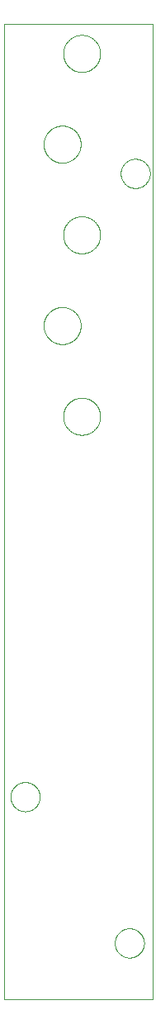
<source format=gtp>
G75*
%MOIN*%
%OFA0B0*%
%FSLAX25Y25*%
%IPPOS*%
%LPD*%
%AMOC8*
5,1,8,0,0,1.08239X$1,22.5*
%
%ADD10C,0.00000*%
D10*
X0009674Y0017431D02*
X0009674Y0411132D01*
X0069674Y0411132D01*
X0069674Y0017431D01*
X0009674Y0017431D01*
X0012429Y0099321D02*
X0012431Y0099474D01*
X0012437Y0099628D01*
X0012447Y0099781D01*
X0012461Y0099933D01*
X0012479Y0100086D01*
X0012501Y0100237D01*
X0012526Y0100388D01*
X0012556Y0100539D01*
X0012590Y0100689D01*
X0012627Y0100837D01*
X0012668Y0100985D01*
X0012713Y0101131D01*
X0012762Y0101277D01*
X0012815Y0101421D01*
X0012871Y0101563D01*
X0012931Y0101704D01*
X0012995Y0101844D01*
X0013062Y0101982D01*
X0013133Y0102118D01*
X0013208Y0102252D01*
X0013285Y0102384D01*
X0013367Y0102514D01*
X0013451Y0102642D01*
X0013539Y0102768D01*
X0013630Y0102891D01*
X0013724Y0103012D01*
X0013822Y0103130D01*
X0013922Y0103246D01*
X0014026Y0103359D01*
X0014132Y0103470D01*
X0014241Y0103578D01*
X0014353Y0103683D01*
X0014467Y0103784D01*
X0014585Y0103883D01*
X0014704Y0103979D01*
X0014826Y0104072D01*
X0014951Y0104161D01*
X0015078Y0104248D01*
X0015207Y0104330D01*
X0015338Y0104410D01*
X0015471Y0104486D01*
X0015606Y0104559D01*
X0015743Y0104628D01*
X0015882Y0104693D01*
X0016022Y0104755D01*
X0016164Y0104813D01*
X0016307Y0104868D01*
X0016452Y0104919D01*
X0016598Y0104966D01*
X0016745Y0105009D01*
X0016893Y0105048D01*
X0017042Y0105084D01*
X0017192Y0105115D01*
X0017343Y0105143D01*
X0017494Y0105167D01*
X0017647Y0105187D01*
X0017799Y0105203D01*
X0017952Y0105215D01*
X0018105Y0105223D01*
X0018258Y0105227D01*
X0018412Y0105227D01*
X0018565Y0105223D01*
X0018718Y0105215D01*
X0018871Y0105203D01*
X0019023Y0105187D01*
X0019176Y0105167D01*
X0019327Y0105143D01*
X0019478Y0105115D01*
X0019628Y0105084D01*
X0019777Y0105048D01*
X0019925Y0105009D01*
X0020072Y0104966D01*
X0020218Y0104919D01*
X0020363Y0104868D01*
X0020506Y0104813D01*
X0020648Y0104755D01*
X0020788Y0104693D01*
X0020927Y0104628D01*
X0021064Y0104559D01*
X0021199Y0104486D01*
X0021332Y0104410D01*
X0021463Y0104330D01*
X0021592Y0104248D01*
X0021719Y0104161D01*
X0021844Y0104072D01*
X0021966Y0103979D01*
X0022085Y0103883D01*
X0022203Y0103784D01*
X0022317Y0103683D01*
X0022429Y0103578D01*
X0022538Y0103470D01*
X0022644Y0103359D01*
X0022748Y0103246D01*
X0022848Y0103130D01*
X0022946Y0103012D01*
X0023040Y0102891D01*
X0023131Y0102768D01*
X0023219Y0102642D01*
X0023303Y0102514D01*
X0023385Y0102384D01*
X0023462Y0102252D01*
X0023537Y0102118D01*
X0023608Y0101982D01*
X0023675Y0101844D01*
X0023739Y0101704D01*
X0023799Y0101563D01*
X0023855Y0101421D01*
X0023908Y0101277D01*
X0023957Y0101131D01*
X0024002Y0100985D01*
X0024043Y0100837D01*
X0024080Y0100689D01*
X0024114Y0100539D01*
X0024144Y0100388D01*
X0024169Y0100237D01*
X0024191Y0100086D01*
X0024209Y0099933D01*
X0024223Y0099781D01*
X0024233Y0099628D01*
X0024239Y0099474D01*
X0024241Y0099321D01*
X0024239Y0099168D01*
X0024233Y0099014D01*
X0024223Y0098861D01*
X0024209Y0098709D01*
X0024191Y0098556D01*
X0024169Y0098405D01*
X0024144Y0098254D01*
X0024114Y0098103D01*
X0024080Y0097953D01*
X0024043Y0097805D01*
X0024002Y0097657D01*
X0023957Y0097511D01*
X0023908Y0097365D01*
X0023855Y0097221D01*
X0023799Y0097079D01*
X0023739Y0096938D01*
X0023675Y0096798D01*
X0023608Y0096660D01*
X0023537Y0096524D01*
X0023462Y0096390D01*
X0023385Y0096258D01*
X0023303Y0096128D01*
X0023219Y0096000D01*
X0023131Y0095874D01*
X0023040Y0095751D01*
X0022946Y0095630D01*
X0022848Y0095512D01*
X0022748Y0095396D01*
X0022644Y0095283D01*
X0022538Y0095172D01*
X0022429Y0095064D01*
X0022317Y0094959D01*
X0022203Y0094858D01*
X0022085Y0094759D01*
X0021966Y0094663D01*
X0021844Y0094570D01*
X0021719Y0094481D01*
X0021592Y0094394D01*
X0021463Y0094312D01*
X0021332Y0094232D01*
X0021199Y0094156D01*
X0021064Y0094083D01*
X0020927Y0094014D01*
X0020788Y0093949D01*
X0020648Y0093887D01*
X0020506Y0093829D01*
X0020363Y0093774D01*
X0020218Y0093723D01*
X0020072Y0093676D01*
X0019925Y0093633D01*
X0019777Y0093594D01*
X0019628Y0093558D01*
X0019478Y0093527D01*
X0019327Y0093499D01*
X0019176Y0093475D01*
X0019023Y0093455D01*
X0018871Y0093439D01*
X0018718Y0093427D01*
X0018565Y0093419D01*
X0018412Y0093415D01*
X0018258Y0093415D01*
X0018105Y0093419D01*
X0017952Y0093427D01*
X0017799Y0093439D01*
X0017647Y0093455D01*
X0017494Y0093475D01*
X0017343Y0093499D01*
X0017192Y0093527D01*
X0017042Y0093558D01*
X0016893Y0093594D01*
X0016745Y0093633D01*
X0016598Y0093676D01*
X0016452Y0093723D01*
X0016307Y0093774D01*
X0016164Y0093829D01*
X0016022Y0093887D01*
X0015882Y0093949D01*
X0015743Y0094014D01*
X0015606Y0094083D01*
X0015471Y0094156D01*
X0015338Y0094232D01*
X0015207Y0094312D01*
X0015078Y0094394D01*
X0014951Y0094481D01*
X0014826Y0094570D01*
X0014704Y0094663D01*
X0014585Y0094759D01*
X0014467Y0094858D01*
X0014353Y0094959D01*
X0014241Y0095064D01*
X0014132Y0095172D01*
X0014026Y0095283D01*
X0013922Y0095396D01*
X0013822Y0095512D01*
X0013724Y0095630D01*
X0013630Y0095751D01*
X0013539Y0095874D01*
X0013451Y0096000D01*
X0013367Y0096128D01*
X0013285Y0096258D01*
X0013208Y0096390D01*
X0013133Y0096524D01*
X0013062Y0096660D01*
X0012995Y0096798D01*
X0012931Y0096938D01*
X0012871Y0097079D01*
X0012815Y0097221D01*
X0012762Y0097365D01*
X0012713Y0097511D01*
X0012668Y0097657D01*
X0012627Y0097805D01*
X0012590Y0097953D01*
X0012556Y0098103D01*
X0012526Y0098254D01*
X0012501Y0098405D01*
X0012479Y0098556D01*
X0012461Y0098709D01*
X0012447Y0098861D01*
X0012437Y0099014D01*
X0012431Y0099168D01*
X0012429Y0099321D01*
X0033690Y0252864D02*
X0033692Y0253048D01*
X0033699Y0253231D01*
X0033710Y0253414D01*
X0033726Y0253597D01*
X0033746Y0253780D01*
X0033771Y0253962D01*
X0033800Y0254143D01*
X0033834Y0254323D01*
X0033872Y0254503D01*
X0033914Y0254681D01*
X0033961Y0254859D01*
X0034012Y0255035D01*
X0034068Y0255210D01*
X0034127Y0255384D01*
X0034191Y0255556D01*
X0034259Y0255726D01*
X0034332Y0255895D01*
X0034408Y0256062D01*
X0034489Y0256227D01*
X0034573Y0256390D01*
X0034662Y0256551D01*
X0034754Y0256709D01*
X0034850Y0256866D01*
X0034951Y0257020D01*
X0035054Y0257171D01*
X0035162Y0257320D01*
X0035273Y0257466D01*
X0035388Y0257609D01*
X0035506Y0257750D01*
X0035628Y0257887D01*
X0035753Y0258022D01*
X0035881Y0258153D01*
X0036012Y0258281D01*
X0036147Y0258406D01*
X0036284Y0258528D01*
X0036425Y0258646D01*
X0036568Y0258761D01*
X0036714Y0258872D01*
X0036863Y0258980D01*
X0037014Y0259083D01*
X0037168Y0259184D01*
X0037325Y0259280D01*
X0037483Y0259372D01*
X0037644Y0259461D01*
X0037807Y0259545D01*
X0037972Y0259626D01*
X0038139Y0259702D01*
X0038308Y0259775D01*
X0038478Y0259843D01*
X0038650Y0259907D01*
X0038824Y0259966D01*
X0038999Y0260022D01*
X0039175Y0260073D01*
X0039353Y0260120D01*
X0039531Y0260162D01*
X0039711Y0260200D01*
X0039891Y0260234D01*
X0040072Y0260263D01*
X0040254Y0260288D01*
X0040437Y0260308D01*
X0040620Y0260324D01*
X0040803Y0260335D01*
X0040986Y0260342D01*
X0041170Y0260344D01*
X0041354Y0260342D01*
X0041537Y0260335D01*
X0041720Y0260324D01*
X0041903Y0260308D01*
X0042086Y0260288D01*
X0042268Y0260263D01*
X0042449Y0260234D01*
X0042629Y0260200D01*
X0042809Y0260162D01*
X0042987Y0260120D01*
X0043165Y0260073D01*
X0043341Y0260022D01*
X0043516Y0259966D01*
X0043690Y0259907D01*
X0043862Y0259843D01*
X0044032Y0259775D01*
X0044201Y0259702D01*
X0044368Y0259626D01*
X0044533Y0259545D01*
X0044696Y0259461D01*
X0044857Y0259372D01*
X0045015Y0259280D01*
X0045172Y0259184D01*
X0045326Y0259083D01*
X0045477Y0258980D01*
X0045626Y0258872D01*
X0045772Y0258761D01*
X0045915Y0258646D01*
X0046056Y0258528D01*
X0046193Y0258406D01*
X0046328Y0258281D01*
X0046459Y0258153D01*
X0046587Y0258022D01*
X0046712Y0257887D01*
X0046834Y0257750D01*
X0046952Y0257609D01*
X0047067Y0257466D01*
X0047178Y0257320D01*
X0047286Y0257171D01*
X0047389Y0257020D01*
X0047490Y0256866D01*
X0047586Y0256709D01*
X0047678Y0256551D01*
X0047767Y0256390D01*
X0047851Y0256227D01*
X0047932Y0256062D01*
X0048008Y0255895D01*
X0048081Y0255726D01*
X0048149Y0255556D01*
X0048213Y0255384D01*
X0048272Y0255210D01*
X0048328Y0255035D01*
X0048379Y0254859D01*
X0048426Y0254681D01*
X0048468Y0254503D01*
X0048506Y0254323D01*
X0048540Y0254143D01*
X0048569Y0253962D01*
X0048594Y0253780D01*
X0048614Y0253597D01*
X0048630Y0253414D01*
X0048641Y0253231D01*
X0048648Y0253048D01*
X0048650Y0252864D01*
X0048648Y0252680D01*
X0048641Y0252497D01*
X0048630Y0252314D01*
X0048614Y0252131D01*
X0048594Y0251948D01*
X0048569Y0251766D01*
X0048540Y0251585D01*
X0048506Y0251405D01*
X0048468Y0251225D01*
X0048426Y0251047D01*
X0048379Y0250869D01*
X0048328Y0250693D01*
X0048272Y0250518D01*
X0048213Y0250344D01*
X0048149Y0250172D01*
X0048081Y0250002D01*
X0048008Y0249833D01*
X0047932Y0249666D01*
X0047851Y0249501D01*
X0047767Y0249338D01*
X0047678Y0249177D01*
X0047586Y0249019D01*
X0047490Y0248862D01*
X0047389Y0248708D01*
X0047286Y0248557D01*
X0047178Y0248408D01*
X0047067Y0248262D01*
X0046952Y0248119D01*
X0046834Y0247978D01*
X0046712Y0247841D01*
X0046587Y0247706D01*
X0046459Y0247575D01*
X0046328Y0247447D01*
X0046193Y0247322D01*
X0046056Y0247200D01*
X0045915Y0247082D01*
X0045772Y0246967D01*
X0045626Y0246856D01*
X0045477Y0246748D01*
X0045326Y0246645D01*
X0045172Y0246544D01*
X0045015Y0246448D01*
X0044857Y0246356D01*
X0044696Y0246267D01*
X0044533Y0246183D01*
X0044368Y0246102D01*
X0044201Y0246026D01*
X0044032Y0245953D01*
X0043862Y0245885D01*
X0043690Y0245821D01*
X0043516Y0245762D01*
X0043341Y0245706D01*
X0043165Y0245655D01*
X0042987Y0245608D01*
X0042809Y0245566D01*
X0042629Y0245528D01*
X0042449Y0245494D01*
X0042268Y0245465D01*
X0042086Y0245440D01*
X0041903Y0245420D01*
X0041720Y0245404D01*
X0041537Y0245393D01*
X0041354Y0245386D01*
X0041170Y0245384D01*
X0040986Y0245386D01*
X0040803Y0245393D01*
X0040620Y0245404D01*
X0040437Y0245420D01*
X0040254Y0245440D01*
X0040072Y0245465D01*
X0039891Y0245494D01*
X0039711Y0245528D01*
X0039531Y0245566D01*
X0039353Y0245608D01*
X0039175Y0245655D01*
X0038999Y0245706D01*
X0038824Y0245762D01*
X0038650Y0245821D01*
X0038478Y0245885D01*
X0038308Y0245953D01*
X0038139Y0246026D01*
X0037972Y0246102D01*
X0037807Y0246183D01*
X0037644Y0246267D01*
X0037483Y0246356D01*
X0037325Y0246448D01*
X0037168Y0246544D01*
X0037014Y0246645D01*
X0036863Y0246748D01*
X0036714Y0246856D01*
X0036568Y0246967D01*
X0036425Y0247082D01*
X0036284Y0247200D01*
X0036147Y0247322D01*
X0036012Y0247447D01*
X0035881Y0247575D01*
X0035753Y0247706D01*
X0035628Y0247841D01*
X0035506Y0247978D01*
X0035388Y0248119D01*
X0035273Y0248262D01*
X0035162Y0248408D01*
X0035054Y0248557D01*
X0034951Y0248708D01*
X0034850Y0248862D01*
X0034754Y0249019D01*
X0034662Y0249177D01*
X0034573Y0249338D01*
X0034489Y0249501D01*
X0034408Y0249666D01*
X0034332Y0249833D01*
X0034259Y0250002D01*
X0034191Y0250172D01*
X0034127Y0250344D01*
X0034068Y0250518D01*
X0034012Y0250693D01*
X0033961Y0250869D01*
X0033914Y0251047D01*
X0033872Y0251225D01*
X0033834Y0251405D01*
X0033800Y0251585D01*
X0033771Y0251766D01*
X0033746Y0251948D01*
X0033726Y0252131D01*
X0033710Y0252314D01*
X0033699Y0252497D01*
X0033692Y0252680D01*
X0033690Y0252864D01*
X0025816Y0289478D02*
X0025818Y0289662D01*
X0025825Y0289845D01*
X0025836Y0290028D01*
X0025852Y0290211D01*
X0025872Y0290394D01*
X0025897Y0290576D01*
X0025926Y0290757D01*
X0025960Y0290937D01*
X0025998Y0291117D01*
X0026040Y0291295D01*
X0026087Y0291473D01*
X0026138Y0291649D01*
X0026194Y0291824D01*
X0026253Y0291998D01*
X0026317Y0292170D01*
X0026385Y0292340D01*
X0026458Y0292509D01*
X0026534Y0292676D01*
X0026615Y0292841D01*
X0026699Y0293004D01*
X0026788Y0293165D01*
X0026880Y0293323D01*
X0026976Y0293480D01*
X0027077Y0293634D01*
X0027180Y0293785D01*
X0027288Y0293934D01*
X0027399Y0294080D01*
X0027514Y0294223D01*
X0027632Y0294364D01*
X0027754Y0294501D01*
X0027879Y0294636D01*
X0028007Y0294767D01*
X0028138Y0294895D01*
X0028273Y0295020D01*
X0028410Y0295142D01*
X0028551Y0295260D01*
X0028694Y0295375D01*
X0028840Y0295486D01*
X0028989Y0295594D01*
X0029140Y0295697D01*
X0029294Y0295798D01*
X0029451Y0295894D01*
X0029609Y0295986D01*
X0029770Y0296075D01*
X0029933Y0296159D01*
X0030098Y0296240D01*
X0030265Y0296316D01*
X0030434Y0296389D01*
X0030604Y0296457D01*
X0030776Y0296521D01*
X0030950Y0296580D01*
X0031125Y0296636D01*
X0031301Y0296687D01*
X0031479Y0296734D01*
X0031657Y0296776D01*
X0031837Y0296814D01*
X0032017Y0296848D01*
X0032198Y0296877D01*
X0032380Y0296902D01*
X0032563Y0296922D01*
X0032746Y0296938D01*
X0032929Y0296949D01*
X0033112Y0296956D01*
X0033296Y0296958D01*
X0033480Y0296956D01*
X0033663Y0296949D01*
X0033846Y0296938D01*
X0034029Y0296922D01*
X0034212Y0296902D01*
X0034394Y0296877D01*
X0034575Y0296848D01*
X0034755Y0296814D01*
X0034935Y0296776D01*
X0035113Y0296734D01*
X0035291Y0296687D01*
X0035467Y0296636D01*
X0035642Y0296580D01*
X0035816Y0296521D01*
X0035988Y0296457D01*
X0036158Y0296389D01*
X0036327Y0296316D01*
X0036494Y0296240D01*
X0036659Y0296159D01*
X0036822Y0296075D01*
X0036983Y0295986D01*
X0037141Y0295894D01*
X0037298Y0295798D01*
X0037452Y0295697D01*
X0037603Y0295594D01*
X0037752Y0295486D01*
X0037898Y0295375D01*
X0038041Y0295260D01*
X0038182Y0295142D01*
X0038319Y0295020D01*
X0038454Y0294895D01*
X0038585Y0294767D01*
X0038713Y0294636D01*
X0038838Y0294501D01*
X0038960Y0294364D01*
X0039078Y0294223D01*
X0039193Y0294080D01*
X0039304Y0293934D01*
X0039412Y0293785D01*
X0039515Y0293634D01*
X0039616Y0293480D01*
X0039712Y0293323D01*
X0039804Y0293165D01*
X0039893Y0293004D01*
X0039977Y0292841D01*
X0040058Y0292676D01*
X0040134Y0292509D01*
X0040207Y0292340D01*
X0040275Y0292170D01*
X0040339Y0291998D01*
X0040398Y0291824D01*
X0040454Y0291649D01*
X0040505Y0291473D01*
X0040552Y0291295D01*
X0040594Y0291117D01*
X0040632Y0290937D01*
X0040666Y0290757D01*
X0040695Y0290576D01*
X0040720Y0290394D01*
X0040740Y0290211D01*
X0040756Y0290028D01*
X0040767Y0289845D01*
X0040774Y0289662D01*
X0040776Y0289478D01*
X0040774Y0289294D01*
X0040767Y0289111D01*
X0040756Y0288928D01*
X0040740Y0288745D01*
X0040720Y0288562D01*
X0040695Y0288380D01*
X0040666Y0288199D01*
X0040632Y0288019D01*
X0040594Y0287839D01*
X0040552Y0287661D01*
X0040505Y0287483D01*
X0040454Y0287307D01*
X0040398Y0287132D01*
X0040339Y0286958D01*
X0040275Y0286786D01*
X0040207Y0286616D01*
X0040134Y0286447D01*
X0040058Y0286280D01*
X0039977Y0286115D01*
X0039893Y0285952D01*
X0039804Y0285791D01*
X0039712Y0285633D01*
X0039616Y0285476D01*
X0039515Y0285322D01*
X0039412Y0285171D01*
X0039304Y0285022D01*
X0039193Y0284876D01*
X0039078Y0284733D01*
X0038960Y0284592D01*
X0038838Y0284455D01*
X0038713Y0284320D01*
X0038585Y0284189D01*
X0038454Y0284061D01*
X0038319Y0283936D01*
X0038182Y0283814D01*
X0038041Y0283696D01*
X0037898Y0283581D01*
X0037752Y0283470D01*
X0037603Y0283362D01*
X0037452Y0283259D01*
X0037298Y0283158D01*
X0037141Y0283062D01*
X0036983Y0282970D01*
X0036822Y0282881D01*
X0036659Y0282797D01*
X0036494Y0282716D01*
X0036327Y0282640D01*
X0036158Y0282567D01*
X0035988Y0282499D01*
X0035816Y0282435D01*
X0035642Y0282376D01*
X0035467Y0282320D01*
X0035291Y0282269D01*
X0035113Y0282222D01*
X0034935Y0282180D01*
X0034755Y0282142D01*
X0034575Y0282108D01*
X0034394Y0282079D01*
X0034212Y0282054D01*
X0034029Y0282034D01*
X0033846Y0282018D01*
X0033663Y0282007D01*
X0033480Y0282000D01*
X0033296Y0281998D01*
X0033112Y0282000D01*
X0032929Y0282007D01*
X0032746Y0282018D01*
X0032563Y0282034D01*
X0032380Y0282054D01*
X0032198Y0282079D01*
X0032017Y0282108D01*
X0031837Y0282142D01*
X0031657Y0282180D01*
X0031479Y0282222D01*
X0031301Y0282269D01*
X0031125Y0282320D01*
X0030950Y0282376D01*
X0030776Y0282435D01*
X0030604Y0282499D01*
X0030434Y0282567D01*
X0030265Y0282640D01*
X0030098Y0282716D01*
X0029933Y0282797D01*
X0029770Y0282881D01*
X0029609Y0282970D01*
X0029451Y0283062D01*
X0029294Y0283158D01*
X0029140Y0283259D01*
X0028989Y0283362D01*
X0028840Y0283470D01*
X0028694Y0283581D01*
X0028551Y0283696D01*
X0028410Y0283814D01*
X0028273Y0283936D01*
X0028138Y0284061D01*
X0028007Y0284189D01*
X0027879Y0284320D01*
X0027754Y0284455D01*
X0027632Y0284592D01*
X0027514Y0284733D01*
X0027399Y0284876D01*
X0027288Y0285022D01*
X0027180Y0285171D01*
X0027077Y0285322D01*
X0026976Y0285476D01*
X0026880Y0285633D01*
X0026788Y0285791D01*
X0026699Y0285952D01*
X0026615Y0286115D01*
X0026534Y0286280D01*
X0026458Y0286447D01*
X0026385Y0286616D01*
X0026317Y0286786D01*
X0026253Y0286958D01*
X0026194Y0287132D01*
X0026138Y0287307D01*
X0026087Y0287483D01*
X0026040Y0287661D01*
X0025998Y0287839D01*
X0025960Y0288019D01*
X0025926Y0288199D01*
X0025897Y0288380D01*
X0025872Y0288562D01*
X0025852Y0288745D01*
X0025836Y0288928D01*
X0025825Y0289111D01*
X0025818Y0289294D01*
X0025816Y0289478D01*
X0025816Y0362707D02*
X0025818Y0362891D01*
X0025825Y0363074D01*
X0025836Y0363257D01*
X0025852Y0363440D01*
X0025872Y0363623D01*
X0025897Y0363805D01*
X0025926Y0363986D01*
X0025960Y0364166D01*
X0025998Y0364346D01*
X0026040Y0364524D01*
X0026087Y0364702D01*
X0026138Y0364878D01*
X0026194Y0365053D01*
X0026253Y0365227D01*
X0026317Y0365399D01*
X0026385Y0365569D01*
X0026458Y0365738D01*
X0026534Y0365905D01*
X0026615Y0366070D01*
X0026699Y0366233D01*
X0026788Y0366394D01*
X0026880Y0366552D01*
X0026976Y0366709D01*
X0027077Y0366863D01*
X0027180Y0367014D01*
X0027288Y0367163D01*
X0027399Y0367309D01*
X0027514Y0367452D01*
X0027632Y0367593D01*
X0027754Y0367730D01*
X0027879Y0367865D01*
X0028007Y0367996D01*
X0028138Y0368124D01*
X0028273Y0368249D01*
X0028410Y0368371D01*
X0028551Y0368489D01*
X0028694Y0368604D01*
X0028840Y0368715D01*
X0028989Y0368823D01*
X0029140Y0368926D01*
X0029294Y0369027D01*
X0029451Y0369123D01*
X0029609Y0369215D01*
X0029770Y0369304D01*
X0029933Y0369388D01*
X0030098Y0369469D01*
X0030265Y0369545D01*
X0030434Y0369618D01*
X0030604Y0369686D01*
X0030776Y0369750D01*
X0030950Y0369809D01*
X0031125Y0369865D01*
X0031301Y0369916D01*
X0031479Y0369963D01*
X0031657Y0370005D01*
X0031837Y0370043D01*
X0032017Y0370077D01*
X0032198Y0370106D01*
X0032380Y0370131D01*
X0032563Y0370151D01*
X0032746Y0370167D01*
X0032929Y0370178D01*
X0033112Y0370185D01*
X0033296Y0370187D01*
X0033480Y0370185D01*
X0033663Y0370178D01*
X0033846Y0370167D01*
X0034029Y0370151D01*
X0034212Y0370131D01*
X0034394Y0370106D01*
X0034575Y0370077D01*
X0034755Y0370043D01*
X0034935Y0370005D01*
X0035113Y0369963D01*
X0035291Y0369916D01*
X0035467Y0369865D01*
X0035642Y0369809D01*
X0035816Y0369750D01*
X0035988Y0369686D01*
X0036158Y0369618D01*
X0036327Y0369545D01*
X0036494Y0369469D01*
X0036659Y0369388D01*
X0036822Y0369304D01*
X0036983Y0369215D01*
X0037141Y0369123D01*
X0037298Y0369027D01*
X0037452Y0368926D01*
X0037603Y0368823D01*
X0037752Y0368715D01*
X0037898Y0368604D01*
X0038041Y0368489D01*
X0038182Y0368371D01*
X0038319Y0368249D01*
X0038454Y0368124D01*
X0038585Y0367996D01*
X0038713Y0367865D01*
X0038838Y0367730D01*
X0038960Y0367593D01*
X0039078Y0367452D01*
X0039193Y0367309D01*
X0039304Y0367163D01*
X0039412Y0367014D01*
X0039515Y0366863D01*
X0039616Y0366709D01*
X0039712Y0366552D01*
X0039804Y0366394D01*
X0039893Y0366233D01*
X0039977Y0366070D01*
X0040058Y0365905D01*
X0040134Y0365738D01*
X0040207Y0365569D01*
X0040275Y0365399D01*
X0040339Y0365227D01*
X0040398Y0365053D01*
X0040454Y0364878D01*
X0040505Y0364702D01*
X0040552Y0364524D01*
X0040594Y0364346D01*
X0040632Y0364166D01*
X0040666Y0363986D01*
X0040695Y0363805D01*
X0040720Y0363623D01*
X0040740Y0363440D01*
X0040756Y0363257D01*
X0040767Y0363074D01*
X0040774Y0362891D01*
X0040776Y0362707D01*
X0040774Y0362523D01*
X0040767Y0362340D01*
X0040756Y0362157D01*
X0040740Y0361974D01*
X0040720Y0361791D01*
X0040695Y0361609D01*
X0040666Y0361428D01*
X0040632Y0361248D01*
X0040594Y0361068D01*
X0040552Y0360890D01*
X0040505Y0360712D01*
X0040454Y0360536D01*
X0040398Y0360361D01*
X0040339Y0360187D01*
X0040275Y0360015D01*
X0040207Y0359845D01*
X0040134Y0359676D01*
X0040058Y0359509D01*
X0039977Y0359344D01*
X0039893Y0359181D01*
X0039804Y0359020D01*
X0039712Y0358862D01*
X0039616Y0358705D01*
X0039515Y0358551D01*
X0039412Y0358400D01*
X0039304Y0358251D01*
X0039193Y0358105D01*
X0039078Y0357962D01*
X0038960Y0357821D01*
X0038838Y0357684D01*
X0038713Y0357549D01*
X0038585Y0357418D01*
X0038454Y0357290D01*
X0038319Y0357165D01*
X0038182Y0357043D01*
X0038041Y0356925D01*
X0037898Y0356810D01*
X0037752Y0356699D01*
X0037603Y0356591D01*
X0037452Y0356488D01*
X0037298Y0356387D01*
X0037141Y0356291D01*
X0036983Y0356199D01*
X0036822Y0356110D01*
X0036659Y0356026D01*
X0036494Y0355945D01*
X0036327Y0355869D01*
X0036158Y0355796D01*
X0035988Y0355728D01*
X0035816Y0355664D01*
X0035642Y0355605D01*
X0035467Y0355549D01*
X0035291Y0355498D01*
X0035113Y0355451D01*
X0034935Y0355409D01*
X0034755Y0355371D01*
X0034575Y0355337D01*
X0034394Y0355308D01*
X0034212Y0355283D01*
X0034029Y0355263D01*
X0033846Y0355247D01*
X0033663Y0355236D01*
X0033480Y0355229D01*
X0033296Y0355227D01*
X0033112Y0355229D01*
X0032929Y0355236D01*
X0032746Y0355247D01*
X0032563Y0355263D01*
X0032380Y0355283D01*
X0032198Y0355308D01*
X0032017Y0355337D01*
X0031837Y0355371D01*
X0031657Y0355409D01*
X0031479Y0355451D01*
X0031301Y0355498D01*
X0031125Y0355549D01*
X0030950Y0355605D01*
X0030776Y0355664D01*
X0030604Y0355728D01*
X0030434Y0355796D01*
X0030265Y0355869D01*
X0030098Y0355945D01*
X0029933Y0356026D01*
X0029770Y0356110D01*
X0029609Y0356199D01*
X0029451Y0356291D01*
X0029294Y0356387D01*
X0029140Y0356488D01*
X0028989Y0356591D01*
X0028840Y0356699D01*
X0028694Y0356810D01*
X0028551Y0356925D01*
X0028410Y0357043D01*
X0028273Y0357165D01*
X0028138Y0357290D01*
X0028007Y0357418D01*
X0027879Y0357549D01*
X0027754Y0357684D01*
X0027632Y0357821D01*
X0027514Y0357962D01*
X0027399Y0358105D01*
X0027288Y0358251D01*
X0027180Y0358400D01*
X0027077Y0358551D01*
X0026976Y0358705D01*
X0026880Y0358862D01*
X0026788Y0359020D01*
X0026699Y0359181D01*
X0026615Y0359344D01*
X0026534Y0359509D01*
X0026458Y0359676D01*
X0026385Y0359845D01*
X0026317Y0360015D01*
X0026253Y0360187D01*
X0026194Y0360361D01*
X0026138Y0360536D01*
X0026087Y0360712D01*
X0026040Y0360890D01*
X0025998Y0361068D01*
X0025960Y0361248D01*
X0025926Y0361428D01*
X0025897Y0361609D01*
X0025872Y0361791D01*
X0025852Y0361974D01*
X0025836Y0362157D01*
X0025825Y0362340D01*
X0025818Y0362523D01*
X0025816Y0362707D01*
X0033690Y0399321D02*
X0033692Y0399505D01*
X0033699Y0399688D01*
X0033710Y0399871D01*
X0033726Y0400054D01*
X0033746Y0400237D01*
X0033771Y0400419D01*
X0033800Y0400600D01*
X0033834Y0400780D01*
X0033872Y0400960D01*
X0033914Y0401138D01*
X0033961Y0401316D01*
X0034012Y0401492D01*
X0034068Y0401667D01*
X0034127Y0401841D01*
X0034191Y0402013D01*
X0034259Y0402183D01*
X0034332Y0402352D01*
X0034408Y0402519D01*
X0034489Y0402684D01*
X0034573Y0402847D01*
X0034662Y0403008D01*
X0034754Y0403166D01*
X0034850Y0403323D01*
X0034951Y0403477D01*
X0035054Y0403628D01*
X0035162Y0403777D01*
X0035273Y0403923D01*
X0035388Y0404066D01*
X0035506Y0404207D01*
X0035628Y0404344D01*
X0035753Y0404479D01*
X0035881Y0404610D01*
X0036012Y0404738D01*
X0036147Y0404863D01*
X0036284Y0404985D01*
X0036425Y0405103D01*
X0036568Y0405218D01*
X0036714Y0405329D01*
X0036863Y0405437D01*
X0037014Y0405540D01*
X0037168Y0405641D01*
X0037325Y0405737D01*
X0037483Y0405829D01*
X0037644Y0405918D01*
X0037807Y0406002D01*
X0037972Y0406083D01*
X0038139Y0406159D01*
X0038308Y0406232D01*
X0038478Y0406300D01*
X0038650Y0406364D01*
X0038824Y0406423D01*
X0038999Y0406479D01*
X0039175Y0406530D01*
X0039353Y0406577D01*
X0039531Y0406619D01*
X0039711Y0406657D01*
X0039891Y0406691D01*
X0040072Y0406720D01*
X0040254Y0406745D01*
X0040437Y0406765D01*
X0040620Y0406781D01*
X0040803Y0406792D01*
X0040986Y0406799D01*
X0041170Y0406801D01*
X0041354Y0406799D01*
X0041537Y0406792D01*
X0041720Y0406781D01*
X0041903Y0406765D01*
X0042086Y0406745D01*
X0042268Y0406720D01*
X0042449Y0406691D01*
X0042629Y0406657D01*
X0042809Y0406619D01*
X0042987Y0406577D01*
X0043165Y0406530D01*
X0043341Y0406479D01*
X0043516Y0406423D01*
X0043690Y0406364D01*
X0043862Y0406300D01*
X0044032Y0406232D01*
X0044201Y0406159D01*
X0044368Y0406083D01*
X0044533Y0406002D01*
X0044696Y0405918D01*
X0044857Y0405829D01*
X0045015Y0405737D01*
X0045172Y0405641D01*
X0045326Y0405540D01*
X0045477Y0405437D01*
X0045626Y0405329D01*
X0045772Y0405218D01*
X0045915Y0405103D01*
X0046056Y0404985D01*
X0046193Y0404863D01*
X0046328Y0404738D01*
X0046459Y0404610D01*
X0046587Y0404479D01*
X0046712Y0404344D01*
X0046834Y0404207D01*
X0046952Y0404066D01*
X0047067Y0403923D01*
X0047178Y0403777D01*
X0047286Y0403628D01*
X0047389Y0403477D01*
X0047490Y0403323D01*
X0047586Y0403166D01*
X0047678Y0403008D01*
X0047767Y0402847D01*
X0047851Y0402684D01*
X0047932Y0402519D01*
X0048008Y0402352D01*
X0048081Y0402183D01*
X0048149Y0402013D01*
X0048213Y0401841D01*
X0048272Y0401667D01*
X0048328Y0401492D01*
X0048379Y0401316D01*
X0048426Y0401138D01*
X0048468Y0400960D01*
X0048506Y0400780D01*
X0048540Y0400600D01*
X0048569Y0400419D01*
X0048594Y0400237D01*
X0048614Y0400054D01*
X0048630Y0399871D01*
X0048641Y0399688D01*
X0048648Y0399505D01*
X0048650Y0399321D01*
X0048648Y0399137D01*
X0048641Y0398954D01*
X0048630Y0398771D01*
X0048614Y0398588D01*
X0048594Y0398405D01*
X0048569Y0398223D01*
X0048540Y0398042D01*
X0048506Y0397862D01*
X0048468Y0397682D01*
X0048426Y0397504D01*
X0048379Y0397326D01*
X0048328Y0397150D01*
X0048272Y0396975D01*
X0048213Y0396801D01*
X0048149Y0396629D01*
X0048081Y0396459D01*
X0048008Y0396290D01*
X0047932Y0396123D01*
X0047851Y0395958D01*
X0047767Y0395795D01*
X0047678Y0395634D01*
X0047586Y0395476D01*
X0047490Y0395319D01*
X0047389Y0395165D01*
X0047286Y0395014D01*
X0047178Y0394865D01*
X0047067Y0394719D01*
X0046952Y0394576D01*
X0046834Y0394435D01*
X0046712Y0394298D01*
X0046587Y0394163D01*
X0046459Y0394032D01*
X0046328Y0393904D01*
X0046193Y0393779D01*
X0046056Y0393657D01*
X0045915Y0393539D01*
X0045772Y0393424D01*
X0045626Y0393313D01*
X0045477Y0393205D01*
X0045326Y0393102D01*
X0045172Y0393001D01*
X0045015Y0392905D01*
X0044857Y0392813D01*
X0044696Y0392724D01*
X0044533Y0392640D01*
X0044368Y0392559D01*
X0044201Y0392483D01*
X0044032Y0392410D01*
X0043862Y0392342D01*
X0043690Y0392278D01*
X0043516Y0392219D01*
X0043341Y0392163D01*
X0043165Y0392112D01*
X0042987Y0392065D01*
X0042809Y0392023D01*
X0042629Y0391985D01*
X0042449Y0391951D01*
X0042268Y0391922D01*
X0042086Y0391897D01*
X0041903Y0391877D01*
X0041720Y0391861D01*
X0041537Y0391850D01*
X0041354Y0391843D01*
X0041170Y0391841D01*
X0040986Y0391843D01*
X0040803Y0391850D01*
X0040620Y0391861D01*
X0040437Y0391877D01*
X0040254Y0391897D01*
X0040072Y0391922D01*
X0039891Y0391951D01*
X0039711Y0391985D01*
X0039531Y0392023D01*
X0039353Y0392065D01*
X0039175Y0392112D01*
X0038999Y0392163D01*
X0038824Y0392219D01*
X0038650Y0392278D01*
X0038478Y0392342D01*
X0038308Y0392410D01*
X0038139Y0392483D01*
X0037972Y0392559D01*
X0037807Y0392640D01*
X0037644Y0392724D01*
X0037483Y0392813D01*
X0037325Y0392905D01*
X0037168Y0393001D01*
X0037014Y0393102D01*
X0036863Y0393205D01*
X0036714Y0393313D01*
X0036568Y0393424D01*
X0036425Y0393539D01*
X0036284Y0393657D01*
X0036147Y0393779D01*
X0036012Y0393904D01*
X0035881Y0394032D01*
X0035753Y0394163D01*
X0035628Y0394298D01*
X0035506Y0394435D01*
X0035388Y0394576D01*
X0035273Y0394719D01*
X0035162Y0394865D01*
X0035054Y0395014D01*
X0034951Y0395165D01*
X0034850Y0395319D01*
X0034754Y0395476D01*
X0034662Y0395634D01*
X0034573Y0395795D01*
X0034489Y0395958D01*
X0034408Y0396123D01*
X0034332Y0396290D01*
X0034259Y0396459D01*
X0034191Y0396629D01*
X0034127Y0396801D01*
X0034068Y0396975D01*
X0034012Y0397150D01*
X0033961Y0397326D01*
X0033914Y0397504D01*
X0033872Y0397682D01*
X0033834Y0397862D01*
X0033800Y0398042D01*
X0033771Y0398223D01*
X0033746Y0398405D01*
X0033726Y0398588D01*
X0033710Y0398771D01*
X0033699Y0398954D01*
X0033692Y0399137D01*
X0033690Y0399321D01*
X0033690Y0326093D02*
X0033692Y0326277D01*
X0033699Y0326460D01*
X0033710Y0326643D01*
X0033726Y0326826D01*
X0033746Y0327009D01*
X0033771Y0327191D01*
X0033800Y0327372D01*
X0033834Y0327552D01*
X0033872Y0327732D01*
X0033914Y0327910D01*
X0033961Y0328088D01*
X0034012Y0328264D01*
X0034068Y0328439D01*
X0034127Y0328613D01*
X0034191Y0328785D01*
X0034259Y0328955D01*
X0034332Y0329124D01*
X0034408Y0329291D01*
X0034489Y0329456D01*
X0034573Y0329619D01*
X0034662Y0329780D01*
X0034754Y0329938D01*
X0034850Y0330095D01*
X0034951Y0330249D01*
X0035054Y0330400D01*
X0035162Y0330549D01*
X0035273Y0330695D01*
X0035388Y0330838D01*
X0035506Y0330979D01*
X0035628Y0331116D01*
X0035753Y0331251D01*
X0035881Y0331382D01*
X0036012Y0331510D01*
X0036147Y0331635D01*
X0036284Y0331757D01*
X0036425Y0331875D01*
X0036568Y0331990D01*
X0036714Y0332101D01*
X0036863Y0332209D01*
X0037014Y0332312D01*
X0037168Y0332413D01*
X0037325Y0332509D01*
X0037483Y0332601D01*
X0037644Y0332690D01*
X0037807Y0332774D01*
X0037972Y0332855D01*
X0038139Y0332931D01*
X0038308Y0333004D01*
X0038478Y0333072D01*
X0038650Y0333136D01*
X0038824Y0333195D01*
X0038999Y0333251D01*
X0039175Y0333302D01*
X0039353Y0333349D01*
X0039531Y0333391D01*
X0039711Y0333429D01*
X0039891Y0333463D01*
X0040072Y0333492D01*
X0040254Y0333517D01*
X0040437Y0333537D01*
X0040620Y0333553D01*
X0040803Y0333564D01*
X0040986Y0333571D01*
X0041170Y0333573D01*
X0041354Y0333571D01*
X0041537Y0333564D01*
X0041720Y0333553D01*
X0041903Y0333537D01*
X0042086Y0333517D01*
X0042268Y0333492D01*
X0042449Y0333463D01*
X0042629Y0333429D01*
X0042809Y0333391D01*
X0042987Y0333349D01*
X0043165Y0333302D01*
X0043341Y0333251D01*
X0043516Y0333195D01*
X0043690Y0333136D01*
X0043862Y0333072D01*
X0044032Y0333004D01*
X0044201Y0332931D01*
X0044368Y0332855D01*
X0044533Y0332774D01*
X0044696Y0332690D01*
X0044857Y0332601D01*
X0045015Y0332509D01*
X0045172Y0332413D01*
X0045326Y0332312D01*
X0045477Y0332209D01*
X0045626Y0332101D01*
X0045772Y0331990D01*
X0045915Y0331875D01*
X0046056Y0331757D01*
X0046193Y0331635D01*
X0046328Y0331510D01*
X0046459Y0331382D01*
X0046587Y0331251D01*
X0046712Y0331116D01*
X0046834Y0330979D01*
X0046952Y0330838D01*
X0047067Y0330695D01*
X0047178Y0330549D01*
X0047286Y0330400D01*
X0047389Y0330249D01*
X0047490Y0330095D01*
X0047586Y0329938D01*
X0047678Y0329780D01*
X0047767Y0329619D01*
X0047851Y0329456D01*
X0047932Y0329291D01*
X0048008Y0329124D01*
X0048081Y0328955D01*
X0048149Y0328785D01*
X0048213Y0328613D01*
X0048272Y0328439D01*
X0048328Y0328264D01*
X0048379Y0328088D01*
X0048426Y0327910D01*
X0048468Y0327732D01*
X0048506Y0327552D01*
X0048540Y0327372D01*
X0048569Y0327191D01*
X0048594Y0327009D01*
X0048614Y0326826D01*
X0048630Y0326643D01*
X0048641Y0326460D01*
X0048648Y0326277D01*
X0048650Y0326093D01*
X0048648Y0325909D01*
X0048641Y0325726D01*
X0048630Y0325543D01*
X0048614Y0325360D01*
X0048594Y0325177D01*
X0048569Y0324995D01*
X0048540Y0324814D01*
X0048506Y0324634D01*
X0048468Y0324454D01*
X0048426Y0324276D01*
X0048379Y0324098D01*
X0048328Y0323922D01*
X0048272Y0323747D01*
X0048213Y0323573D01*
X0048149Y0323401D01*
X0048081Y0323231D01*
X0048008Y0323062D01*
X0047932Y0322895D01*
X0047851Y0322730D01*
X0047767Y0322567D01*
X0047678Y0322406D01*
X0047586Y0322248D01*
X0047490Y0322091D01*
X0047389Y0321937D01*
X0047286Y0321786D01*
X0047178Y0321637D01*
X0047067Y0321491D01*
X0046952Y0321348D01*
X0046834Y0321207D01*
X0046712Y0321070D01*
X0046587Y0320935D01*
X0046459Y0320804D01*
X0046328Y0320676D01*
X0046193Y0320551D01*
X0046056Y0320429D01*
X0045915Y0320311D01*
X0045772Y0320196D01*
X0045626Y0320085D01*
X0045477Y0319977D01*
X0045326Y0319874D01*
X0045172Y0319773D01*
X0045015Y0319677D01*
X0044857Y0319585D01*
X0044696Y0319496D01*
X0044533Y0319412D01*
X0044368Y0319331D01*
X0044201Y0319255D01*
X0044032Y0319182D01*
X0043862Y0319114D01*
X0043690Y0319050D01*
X0043516Y0318991D01*
X0043341Y0318935D01*
X0043165Y0318884D01*
X0042987Y0318837D01*
X0042809Y0318795D01*
X0042629Y0318757D01*
X0042449Y0318723D01*
X0042268Y0318694D01*
X0042086Y0318669D01*
X0041903Y0318649D01*
X0041720Y0318633D01*
X0041537Y0318622D01*
X0041354Y0318615D01*
X0041170Y0318613D01*
X0040986Y0318615D01*
X0040803Y0318622D01*
X0040620Y0318633D01*
X0040437Y0318649D01*
X0040254Y0318669D01*
X0040072Y0318694D01*
X0039891Y0318723D01*
X0039711Y0318757D01*
X0039531Y0318795D01*
X0039353Y0318837D01*
X0039175Y0318884D01*
X0038999Y0318935D01*
X0038824Y0318991D01*
X0038650Y0319050D01*
X0038478Y0319114D01*
X0038308Y0319182D01*
X0038139Y0319255D01*
X0037972Y0319331D01*
X0037807Y0319412D01*
X0037644Y0319496D01*
X0037483Y0319585D01*
X0037325Y0319677D01*
X0037168Y0319773D01*
X0037014Y0319874D01*
X0036863Y0319977D01*
X0036714Y0320085D01*
X0036568Y0320196D01*
X0036425Y0320311D01*
X0036284Y0320429D01*
X0036147Y0320551D01*
X0036012Y0320676D01*
X0035881Y0320804D01*
X0035753Y0320935D01*
X0035628Y0321070D01*
X0035506Y0321207D01*
X0035388Y0321348D01*
X0035273Y0321491D01*
X0035162Y0321637D01*
X0035054Y0321786D01*
X0034951Y0321937D01*
X0034850Y0322091D01*
X0034754Y0322248D01*
X0034662Y0322406D01*
X0034573Y0322567D01*
X0034489Y0322730D01*
X0034408Y0322895D01*
X0034332Y0323062D01*
X0034259Y0323231D01*
X0034191Y0323401D01*
X0034127Y0323573D01*
X0034068Y0323747D01*
X0034012Y0323922D01*
X0033961Y0324098D01*
X0033914Y0324276D01*
X0033872Y0324454D01*
X0033834Y0324634D01*
X0033800Y0324814D01*
X0033771Y0324995D01*
X0033746Y0325177D01*
X0033726Y0325360D01*
X0033710Y0325543D01*
X0033699Y0325726D01*
X0033692Y0325909D01*
X0033690Y0326093D01*
X0056918Y0350896D02*
X0056920Y0351049D01*
X0056926Y0351203D01*
X0056936Y0351356D01*
X0056950Y0351508D01*
X0056968Y0351661D01*
X0056990Y0351812D01*
X0057015Y0351963D01*
X0057045Y0352114D01*
X0057079Y0352264D01*
X0057116Y0352412D01*
X0057157Y0352560D01*
X0057202Y0352706D01*
X0057251Y0352852D01*
X0057304Y0352996D01*
X0057360Y0353138D01*
X0057420Y0353279D01*
X0057484Y0353419D01*
X0057551Y0353557D01*
X0057622Y0353693D01*
X0057697Y0353827D01*
X0057774Y0353959D01*
X0057856Y0354089D01*
X0057940Y0354217D01*
X0058028Y0354343D01*
X0058119Y0354466D01*
X0058213Y0354587D01*
X0058311Y0354705D01*
X0058411Y0354821D01*
X0058515Y0354934D01*
X0058621Y0355045D01*
X0058730Y0355153D01*
X0058842Y0355258D01*
X0058956Y0355359D01*
X0059074Y0355458D01*
X0059193Y0355554D01*
X0059315Y0355647D01*
X0059440Y0355736D01*
X0059567Y0355823D01*
X0059696Y0355905D01*
X0059827Y0355985D01*
X0059960Y0356061D01*
X0060095Y0356134D01*
X0060232Y0356203D01*
X0060371Y0356268D01*
X0060511Y0356330D01*
X0060653Y0356388D01*
X0060796Y0356443D01*
X0060941Y0356494D01*
X0061087Y0356541D01*
X0061234Y0356584D01*
X0061382Y0356623D01*
X0061531Y0356659D01*
X0061681Y0356690D01*
X0061832Y0356718D01*
X0061983Y0356742D01*
X0062136Y0356762D01*
X0062288Y0356778D01*
X0062441Y0356790D01*
X0062594Y0356798D01*
X0062747Y0356802D01*
X0062901Y0356802D01*
X0063054Y0356798D01*
X0063207Y0356790D01*
X0063360Y0356778D01*
X0063512Y0356762D01*
X0063665Y0356742D01*
X0063816Y0356718D01*
X0063967Y0356690D01*
X0064117Y0356659D01*
X0064266Y0356623D01*
X0064414Y0356584D01*
X0064561Y0356541D01*
X0064707Y0356494D01*
X0064852Y0356443D01*
X0064995Y0356388D01*
X0065137Y0356330D01*
X0065277Y0356268D01*
X0065416Y0356203D01*
X0065553Y0356134D01*
X0065688Y0356061D01*
X0065821Y0355985D01*
X0065952Y0355905D01*
X0066081Y0355823D01*
X0066208Y0355736D01*
X0066333Y0355647D01*
X0066455Y0355554D01*
X0066574Y0355458D01*
X0066692Y0355359D01*
X0066806Y0355258D01*
X0066918Y0355153D01*
X0067027Y0355045D01*
X0067133Y0354934D01*
X0067237Y0354821D01*
X0067337Y0354705D01*
X0067435Y0354587D01*
X0067529Y0354466D01*
X0067620Y0354343D01*
X0067708Y0354217D01*
X0067792Y0354089D01*
X0067874Y0353959D01*
X0067951Y0353827D01*
X0068026Y0353693D01*
X0068097Y0353557D01*
X0068164Y0353419D01*
X0068228Y0353279D01*
X0068288Y0353138D01*
X0068344Y0352996D01*
X0068397Y0352852D01*
X0068446Y0352706D01*
X0068491Y0352560D01*
X0068532Y0352412D01*
X0068569Y0352264D01*
X0068603Y0352114D01*
X0068633Y0351963D01*
X0068658Y0351812D01*
X0068680Y0351661D01*
X0068698Y0351508D01*
X0068712Y0351356D01*
X0068722Y0351203D01*
X0068728Y0351049D01*
X0068730Y0350896D01*
X0068728Y0350743D01*
X0068722Y0350589D01*
X0068712Y0350436D01*
X0068698Y0350284D01*
X0068680Y0350131D01*
X0068658Y0349980D01*
X0068633Y0349829D01*
X0068603Y0349678D01*
X0068569Y0349528D01*
X0068532Y0349380D01*
X0068491Y0349232D01*
X0068446Y0349086D01*
X0068397Y0348940D01*
X0068344Y0348796D01*
X0068288Y0348654D01*
X0068228Y0348513D01*
X0068164Y0348373D01*
X0068097Y0348235D01*
X0068026Y0348099D01*
X0067951Y0347965D01*
X0067874Y0347833D01*
X0067792Y0347703D01*
X0067708Y0347575D01*
X0067620Y0347449D01*
X0067529Y0347326D01*
X0067435Y0347205D01*
X0067337Y0347087D01*
X0067237Y0346971D01*
X0067133Y0346858D01*
X0067027Y0346747D01*
X0066918Y0346639D01*
X0066806Y0346534D01*
X0066692Y0346433D01*
X0066574Y0346334D01*
X0066455Y0346238D01*
X0066333Y0346145D01*
X0066208Y0346056D01*
X0066081Y0345969D01*
X0065952Y0345887D01*
X0065821Y0345807D01*
X0065688Y0345731D01*
X0065553Y0345658D01*
X0065416Y0345589D01*
X0065277Y0345524D01*
X0065137Y0345462D01*
X0064995Y0345404D01*
X0064852Y0345349D01*
X0064707Y0345298D01*
X0064561Y0345251D01*
X0064414Y0345208D01*
X0064266Y0345169D01*
X0064117Y0345133D01*
X0063967Y0345102D01*
X0063816Y0345074D01*
X0063665Y0345050D01*
X0063512Y0345030D01*
X0063360Y0345014D01*
X0063207Y0345002D01*
X0063054Y0344994D01*
X0062901Y0344990D01*
X0062747Y0344990D01*
X0062594Y0344994D01*
X0062441Y0345002D01*
X0062288Y0345014D01*
X0062136Y0345030D01*
X0061983Y0345050D01*
X0061832Y0345074D01*
X0061681Y0345102D01*
X0061531Y0345133D01*
X0061382Y0345169D01*
X0061234Y0345208D01*
X0061087Y0345251D01*
X0060941Y0345298D01*
X0060796Y0345349D01*
X0060653Y0345404D01*
X0060511Y0345462D01*
X0060371Y0345524D01*
X0060232Y0345589D01*
X0060095Y0345658D01*
X0059960Y0345731D01*
X0059827Y0345807D01*
X0059696Y0345887D01*
X0059567Y0345969D01*
X0059440Y0346056D01*
X0059315Y0346145D01*
X0059193Y0346238D01*
X0059074Y0346334D01*
X0058956Y0346433D01*
X0058842Y0346534D01*
X0058730Y0346639D01*
X0058621Y0346747D01*
X0058515Y0346858D01*
X0058411Y0346971D01*
X0058311Y0347087D01*
X0058213Y0347205D01*
X0058119Y0347326D01*
X0058028Y0347449D01*
X0057940Y0347575D01*
X0057856Y0347703D01*
X0057774Y0347833D01*
X0057697Y0347965D01*
X0057622Y0348099D01*
X0057551Y0348235D01*
X0057484Y0348373D01*
X0057420Y0348513D01*
X0057360Y0348654D01*
X0057304Y0348796D01*
X0057251Y0348940D01*
X0057202Y0349086D01*
X0057157Y0349232D01*
X0057116Y0349380D01*
X0057079Y0349528D01*
X0057045Y0349678D01*
X0057015Y0349829D01*
X0056990Y0349980D01*
X0056968Y0350131D01*
X0056950Y0350284D01*
X0056936Y0350436D01*
X0056926Y0350589D01*
X0056920Y0350743D01*
X0056918Y0350896D01*
X0054555Y0040266D02*
X0054557Y0040419D01*
X0054563Y0040573D01*
X0054573Y0040726D01*
X0054587Y0040878D01*
X0054605Y0041031D01*
X0054627Y0041182D01*
X0054652Y0041333D01*
X0054682Y0041484D01*
X0054716Y0041634D01*
X0054753Y0041782D01*
X0054794Y0041930D01*
X0054839Y0042076D01*
X0054888Y0042222D01*
X0054941Y0042366D01*
X0054997Y0042508D01*
X0055057Y0042649D01*
X0055121Y0042789D01*
X0055188Y0042927D01*
X0055259Y0043063D01*
X0055334Y0043197D01*
X0055411Y0043329D01*
X0055493Y0043459D01*
X0055577Y0043587D01*
X0055665Y0043713D01*
X0055756Y0043836D01*
X0055850Y0043957D01*
X0055948Y0044075D01*
X0056048Y0044191D01*
X0056152Y0044304D01*
X0056258Y0044415D01*
X0056367Y0044523D01*
X0056479Y0044628D01*
X0056593Y0044729D01*
X0056711Y0044828D01*
X0056830Y0044924D01*
X0056952Y0045017D01*
X0057077Y0045106D01*
X0057204Y0045193D01*
X0057333Y0045275D01*
X0057464Y0045355D01*
X0057597Y0045431D01*
X0057732Y0045504D01*
X0057869Y0045573D01*
X0058008Y0045638D01*
X0058148Y0045700D01*
X0058290Y0045758D01*
X0058433Y0045813D01*
X0058578Y0045864D01*
X0058724Y0045911D01*
X0058871Y0045954D01*
X0059019Y0045993D01*
X0059168Y0046029D01*
X0059318Y0046060D01*
X0059469Y0046088D01*
X0059620Y0046112D01*
X0059773Y0046132D01*
X0059925Y0046148D01*
X0060078Y0046160D01*
X0060231Y0046168D01*
X0060384Y0046172D01*
X0060538Y0046172D01*
X0060691Y0046168D01*
X0060844Y0046160D01*
X0060997Y0046148D01*
X0061149Y0046132D01*
X0061302Y0046112D01*
X0061453Y0046088D01*
X0061604Y0046060D01*
X0061754Y0046029D01*
X0061903Y0045993D01*
X0062051Y0045954D01*
X0062198Y0045911D01*
X0062344Y0045864D01*
X0062489Y0045813D01*
X0062632Y0045758D01*
X0062774Y0045700D01*
X0062914Y0045638D01*
X0063053Y0045573D01*
X0063190Y0045504D01*
X0063325Y0045431D01*
X0063458Y0045355D01*
X0063589Y0045275D01*
X0063718Y0045193D01*
X0063845Y0045106D01*
X0063970Y0045017D01*
X0064092Y0044924D01*
X0064211Y0044828D01*
X0064329Y0044729D01*
X0064443Y0044628D01*
X0064555Y0044523D01*
X0064664Y0044415D01*
X0064770Y0044304D01*
X0064874Y0044191D01*
X0064974Y0044075D01*
X0065072Y0043957D01*
X0065166Y0043836D01*
X0065257Y0043713D01*
X0065345Y0043587D01*
X0065429Y0043459D01*
X0065511Y0043329D01*
X0065588Y0043197D01*
X0065663Y0043063D01*
X0065734Y0042927D01*
X0065801Y0042789D01*
X0065865Y0042649D01*
X0065925Y0042508D01*
X0065981Y0042366D01*
X0066034Y0042222D01*
X0066083Y0042076D01*
X0066128Y0041930D01*
X0066169Y0041782D01*
X0066206Y0041634D01*
X0066240Y0041484D01*
X0066270Y0041333D01*
X0066295Y0041182D01*
X0066317Y0041031D01*
X0066335Y0040878D01*
X0066349Y0040726D01*
X0066359Y0040573D01*
X0066365Y0040419D01*
X0066367Y0040266D01*
X0066365Y0040113D01*
X0066359Y0039959D01*
X0066349Y0039806D01*
X0066335Y0039654D01*
X0066317Y0039501D01*
X0066295Y0039350D01*
X0066270Y0039199D01*
X0066240Y0039048D01*
X0066206Y0038898D01*
X0066169Y0038750D01*
X0066128Y0038602D01*
X0066083Y0038456D01*
X0066034Y0038310D01*
X0065981Y0038166D01*
X0065925Y0038024D01*
X0065865Y0037883D01*
X0065801Y0037743D01*
X0065734Y0037605D01*
X0065663Y0037469D01*
X0065588Y0037335D01*
X0065511Y0037203D01*
X0065429Y0037073D01*
X0065345Y0036945D01*
X0065257Y0036819D01*
X0065166Y0036696D01*
X0065072Y0036575D01*
X0064974Y0036457D01*
X0064874Y0036341D01*
X0064770Y0036228D01*
X0064664Y0036117D01*
X0064555Y0036009D01*
X0064443Y0035904D01*
X0064329Y0035803D01*
X0064211Y0035704D01*
X0064092Y0035608D01*
X0063970Y0035515D01*
X0063845Y0035426D01*
X0063718Y0035339D01*
X0063589Y0035257D01*
X0063458Y0035177D01*
X0063325Y0035101D01*
X0063190Y0035028D01*
X0063053Y0034959D01*
X0062914Y0034894D01*
X0062774Y0034832D01*
X0062632Y0034774D01*
X0062489Y0034719D01*
X0062344Y0034668D01*
X0062198Y0034621D01*
X0062051Y0034578D01*
X0061903Y0034539D01*
X0061754Y0034503D01*
X0061604Y0034472D01*
X0061453Y0034444D01*
X0061302Y0034420D01*
X0061149Y0034400D01*
X0060997Y0034384D01*
X0060844Y0034372D01*
X0060691Y0034364D01*
X0060538Y0034360D01*
X0060384Y0034360D01*
X0060231Y0034364D01*
X0060078Y0034372D01*
X0059925Y0034384D01*
X0059773Y0034400D01*
X0059620Y0034420D01*
X0059469Y0034444D01*
X0059318Y0034472D01*
X0059168Y0034503D01*
X0059019Y0034539D01*
X0058871Y0034578D01*
X0058724Y0034621D01*
X0058578Y0034668D01*
X0058433Y0034719D01*
X0058290Y0034774D01*
X0058148Y0034832D01*
X0058008Y0034894D01*
X0057869Y0034959D01*
X0057732Y0035028D01*
X0057597Y0035101D01*
X0057464Y0035177D01*
X0057333Y0035257D01*
X0057204Y0035339D01*
X0057077Y0035426D01*
X0056952Y0035515D01*
X0056830Y0035608D01*
X0056711Y0035704D01*
X0056593Y0035803D01*
X0056479Y0035904D01*
X0056367Y0036009D01*
X0056258Y0036117D01*
X0056152Y0036228D01*
X0056048Y0036341D01*
X0055948Y0036457D01*
X0055850Y0036575D01*
X0055756Y0036696D01*
X0055665Y0036819D01*
X0055577Y0036945D01*
X0055493Y0037073D01*
X0055411Y0037203D01*
X0055334Y0037335D01*
X0055259Y0037469D01*
X0055188Y0037605D01*
X0055121Y0037743D01*
X0055057Y0037883D01*
X0054997Y0038024D01*
X0054941Y0038166D01*
X0054888Y0038310D01*
X0054839Y0038456D01*
X0054794Y0038602D01*
X0054753Y0038750D01*
X0054716Y0038898D01*
X0054682Y0039048D01*
X0054652Y0039199D01*
X0054627Y0039350D01*
X0054605Y0039501D01*
X0054587Y0039654D01*
X0054573Y0039806D01*
X0054563Y0039959D01*
X0054557Y0040113D01*
X0054555Y0040266D01*
M02*

</source>
